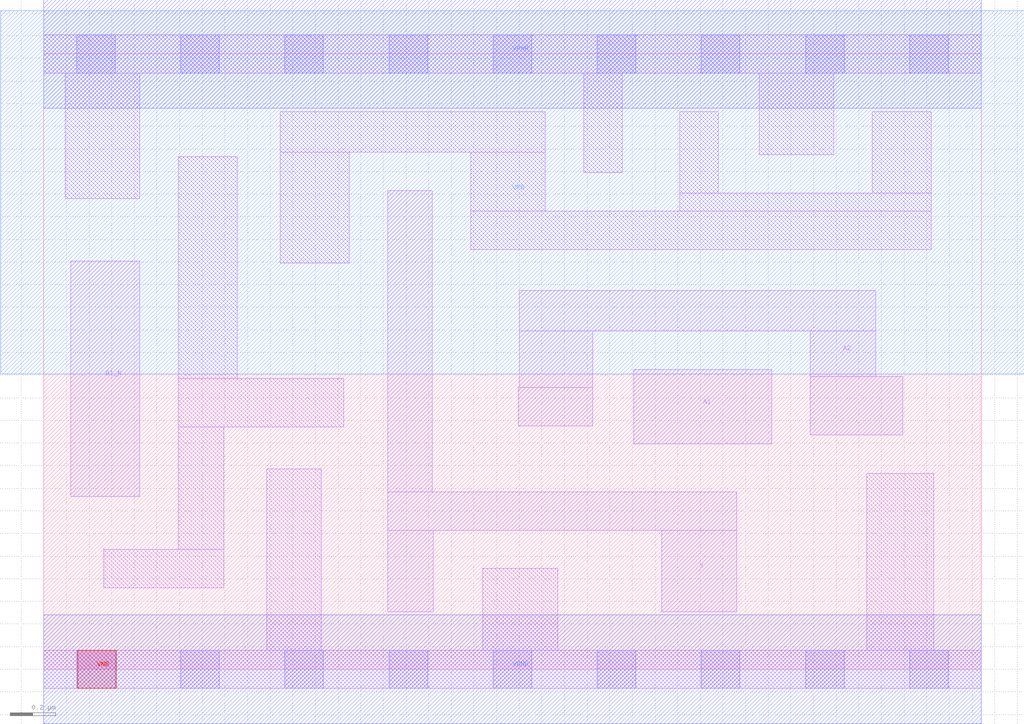
<source format=lef>
# Copyright 2020 The SkyWater PDK Authors
#
# Licensed under the Apache License, Version 2.0 (the "License");
# you may not use this file except in compliance with the License.
# You may obtain a copy of the License at
#
#     https://www.apache.org/licenses/LICENSE-2.0
#
# Unless required by applicable law or agreed to in writing, software
# distributed under the License is distributed on an "AS IS" BASIS,
# WITHOUT WARRANTIES OR CONDITIONS OF ANY KIND, either express or implied.
# See the License for the specific language governing permissions and
# limitations under the License.
#
# SPDX-License-Identifier: Apache-2.0

VERSION 5.7 ;
  NOWIREEXTENSIONATPIN ON ;
  DIVIDERCHAR "/" ;
  BUSBITCHARS "[]" ;
MACRO sky130_fd_sc_hd__a21boi_2
  CLASS CORE ;
  FOREIGN sky130_fd_sc_hd__a21boi_2 ;
  ORIGIN  0.000000  0.000000 ;
  SIZE  4.140000 BY  2.720000 ;
  SYMMETRY X Y R90 ;
  SITE unithd ;
  PIN A1
    ANTENNAGATEAREA  0.495000 ;
    DIRECTION INPUT ;
    USE SIGNAL ;
    PORT
      LAYER li1 ;
        RECT 2.605000 0.995000 3.215000 1.325000 ;
    END
  END A1
  PIN A2
    ANTENNAGATEAREA  0.495000 ;
    DIRECTION INPUT ;
    USE SIGNAL ;
    PORT
      LAYER li1 ;
        RECT 2.095000 1.075000 2.425000 1.245000 ;
        RECT 2.100000 1.245000 2.425000 1.495000 ;
        RECT 2.100000 1.495000 3.675000 1.675000 ;
        RECT 3.385000 1.035000 3.795000 1.295000 ;
        RECT 3.385000 1.295000 3.675000 1.495000 ;
    END
  END A2
  PIN B1_N
    ANTENNAGATEAREA  0.126000 ;
    DIRECTION INPUT ;
    USE SIGNAL ;
    PORT
      LAYER li1 ;
        RECT 0.120000 0.765000 0.425000 1.805000 ;
    END
  END B1_N
  PIN VNB
    PORT
      LAYER pwell ;
        RECT 0.150000 -0.085000 0.320000 0.085000 ;
    END
  END VNB
  PIN VPB
    PORT
      LAYER nwell ;
        RECT -0.190000 1.305000 4.330000 2.910000 ;
    END
  END VPB
  PIN Y
    ANTENNADIFFAREA  0.627500 ;
    DIRECTION OUTPUT ;
    USE SIGNAL ;
    PORT
      LAYER li1 ;
        RECT 1.520000 0.255000 1.720000 0.615000 ;
        RECT 1.520000 0.615000 3.060000 0.785000 ;
        RECT 1.520000 0.785000 1.715000 2.115000 ;
        RECT 2.730000 0.255000 3.060000 0.615000 ;
    END
  END Y
  PIN VGND
    DIRECTION INOUT ;
    SHAPE ABUTMENT ;
    USE GROUND ;
    PORT
      LAYER met1 ;
        RECT 0.000000 -0.240000 4.140000 0.240000 ;
    END
  END VGND
  PIN VPWR
    DIRECTION INOUT ;
    SHAPE ABUTMENT ;
    USE POWER ;
    PORT
      LAYER met1 ;
        RECT 0.000000 2.480000 4.140000 2.960000 ;
    END
  END VPWR
  OBS
    LAYER li1 ;
      RECT 0.000000 -0.085000 4.140000 0.085000 ;
      RECT 0.000000  2.635000 4.140000 2.805000 ;
      RECT 0.095000  2.080000 0.425000 2.635000 ;
      RECT 0.265000  0.360000 0.795000 0.530000 ;
      RECT 0.595000  0.530000 0.795000 1.070000 ;
      RECT 0.595000  1.070000 1.325000 1.285000 ;
      RECT 0.595000  1.285000 0.855000 2.265000 ;
      RECT 0.985000  0.085000 1.225000 0.885000 ;
      RECT 1.045000  1.795000 1.350000 2.285000 ;
      RECT 1.045000  2.285000 2.215000 2.465000 ;
      RECT 1.885000  1.855000 3.920000 2.025000 ;
      RECT 1.885000  2.025000 2.215000 2.285000 ;
      RECT 1.940000  0.085000 2.270000 0.445000 ;
      RECT 2.385000  2.195000 2.555000 2.635000 ;
      RECT 2.810000  2.025000 3.920000 2.105000 ;
      RECT 2.810000  2.105000 2.980000 2.465000 ;
      RECT 3.160000  2.275000 3.490000 2.635000 ;
      RECT 3.635000  0.085000 3.930000 0.865000 ;
      RECT 3.660000  2.105000 3.920000 2.465000 ;
    LAYER mcon ;
      RECT 0.145000 -0.085000 0.315000 0.085000 ;
      RECT 0.145000  2.635000 0.315000 2.805000 ;
      RECT 0.605000 -0.085000 0.775000 0.085000 ;
      RECT 0.605000  2.635000 0.775000 2.805000 ;
      RECT 1.065000 -0.085000 1.235000 0.085000 ;
      RECT 1.065000  2.635000 1.235000 2.805000 ;
      RECT 1.525000 -0.085000 1.695000 0.085000 ;
      RECT 1.525000  2.635000 1.695000 2.805000 ;
      RECT 1.985000 -0.085000 2.155000 0.085000 ;
      RECT 1.985000  2.635000 2.155000 2.805000 ;
      RECT 2.445000 -0.085000 2.615000 0.085000 ;
      RECT 2.445000  2.635000 2.615000 2.805000 ;
      RECT 2.905000 -0.085000 3.075000 0.085000 ;
      RECT 2.905000  2.635000 3.075000 2.805000 ;
      RECT 3.365000 -0.085000 3.535000 0.085000 ;
      RECT 3.365000  2.635000 3.535000 2.805000 ;
      RECT 3.825000 -0.085000 3.995000 0.085000 ;
      RECT 3.825000  2.635000 3.995000 2.805000 ;
  END
END sky130_fd_sc_hd__a21boi_2
END LIBRARY

</source>
